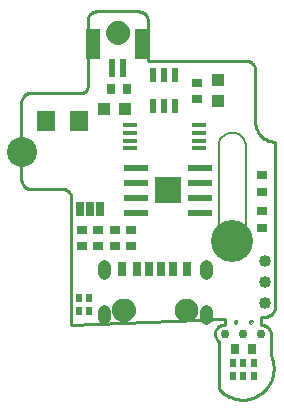
<source format=gts>
G75*
G70*
%OFA0B0*%
%FSLAX24Y24*%
%IPPOS*%
%LPD*%
%AMOC8*
5,1,8,0,0,1.08239X$1,22.5*
%
%ADD10C,0.0050*%
%ADD11C,0.0100*%
%ADD12C,0.0000*%
%ADD13C,0.0120*%
%ADD14R,0.0630X0.0709*%
%ADD15R,0.0433X0.0394*%
%ADD16R,0.0394X0.0433*%
%ADD17R,0.0354X0.0250*%
%ADD18R,0.0250X0.0354*%
%ADD19R,0.0810X0.0240*%
%ADD20R,0.0900X0.0900*%
%ADD21R,0.0217X0.0472*%
%ADD22R,0.0472X0.0138*%
%ADD23R,0.0315X0.0472*%
%ADD24R,0.0299X0.0472*%
%ADD25C,0.0004*%
%ADD26C,0.0433*%
%ADD27C,0.0500*%
%ADD28C,0.0394*%
%ADD29R,0.0250X0.0500*%
%ADD30C,0.0400*%
%ADD31C,0.0300*%
%ADD32R,0.0236X0.0610*%
%ADD33R,0.0480X0.1000*%
%ADD34R,0.0236X0.0315*%
%ADD35C,0.1000*%
%ADD36C,0.1400*%
D10*
X007158Y005886D02*
X007158Y008596D01*
X007160Y008637D01*
X007165Y008677D01*
X007174Y008717D01*
X007187Y008756D01*
X007203Y008793D01*
X007222Y008829D01*
X007245Y008863D01*
X007270Y008895D01*
X007299Y008925D01*
X007329Y008952D01*
X007362Y008976D01*
X007397Y008997D01*
X007434Y009014D01*
X007472Y009029D01*
X007512Y009040D01*
X007552Y009047D01*
X007593Y009051D01*
X007633Y009051D01*
X007674Y009047D01*
X007714Y009040D01*
X007754Y009029D01*
X007792Y009014D01*
X007829Y008997D01*
X007864Y008976D01*
X007897Y008952D01*
X007927Y008925D01*
X007956Y008895D01*
X007981Y008863D01*
X008004Y008829D01*
X008023Y008793D01*
X008039Y008756D01*
X008052Y008717D01*
X008061Y008677D01*
X008066Y008637D01*
X008068Y008596D01*
X008068Y005886D01*
X008066Y005845D01*
X008061Y005805D01*
X008052Y005765D01*
X008039Y005726D01*
X008023Y005689D01*
X008004Y005653D01*
X007981Y005619D01*
X007956Y005587D01*
X007927Y005557D01*
X007897Y005530D01*
X007864Y005506D01*
X007829Y005485D01*
X007792Y005468D01*
X007754Y005453D01*
X007714Y005442D01*
X007674Y005435D01*
X007633Y005431D01*
X007593Y005431D01*
X007552Y005435D01*
X007512Y005442D01*
X007472Y005453D01*
X007434Y005468D01*
X007397Y005485D01*
X007362Y005506D01*
X007329Y005530D01*
X007299Y005557D01*
X007270Y005587D01*
X007245Y005619D01*
X007222Y005653D01*
X007203Y005689D01*
X007187Y005726D01*
X007174Y005765D01*
X007165Y005805D01*
X007160Y005845D01*
X007158Y005886D01*
D11*
X007364Y002832D02*
X002254Y002646D01*
X002254Y006898D01*
X002248Y006931D01*
X002239Y006963D01*
X002226Y006994D01*
X002210Y007023D01*
X002192Y007050D01*
X002170Y007076D01*
X002146Y007099D01*
X002120Y007119D01*
X002092Y007137D01*
X002062Y007151D01*
X002031Y007162D01*
X001999Y007170D01*
X001966Y007175D01*
X001933Y007176D01*
X001900Y007174D01*
X001899Y007174D02*
X000904Y007174D01*
X000871Y007176D01*
X000839Y007181D01*
X000807Y007189D01*
X000776Y007201D01*
X000747Y007216D01*
X000719Y007234D01*
X000693Y007255D01*
X000670Y007278D01*
X000649Y007304D01*
X000631Y007331D01*
X000616Y007361D01*
X000604Y007392D01*
X000596Y007424D01*
X000591Y007456D01*
X000589Y007489D01*
X000589Y010062D01*
X000591Y010095D01*
X000596Y010127D01*
X000604Y010159D01*
X000616Y010190D01*
X000631Y010219D01*
X000649Y010247D01*
X000670Y010273D01*
X000693Y010296D01*
X000719Y010317D01*
X000747Y010335D01*
X000776Y010350D01*
X000807Y010362D01*
X000839Y010370D01*
X000871Y010375D01*
X000904Y010377D01*
X002595Y010377D01*
X002595Y010376D02*
X002621Y010378D01*
X002646Y010383D01*
X002670Y010391D01*
X002693Y010402D01*
X002715Y010417D01*
X002734Y010434D01*
X002751Y010453D01*
X002766Y010474D01*
X002777Y010498D01*
X002785Y010522D01*
X002790Y010547D01*
X002792Y010573D01*
X002792Y012782D01*
X002794Y012815D01*
X002799Y012847D01*
X002807Y012879D01*
X002819Y012910D01*
X002834Y012939D01*
X002852Y012967D01*
X002873Y012993D01*
X002896Y013016D01*
X002922Y013037D01*
X002950Y013055D01*
X002979Y013070D01*
X003010Y013082D01*
X003042Y013090D01*
X003074Y013095D01*
X003107Y013097D01*
X004489Y013097D01*
X004522Y013095D01*
X004554Y013090D01*
X004586Y013082D01*
X004617Y013070D01*
X004646Y013055D01*
X004674Y013037D01*
X004700Y013016D01*
X004723Y012993D01*
X004744Y012967D01*
X004762Y012939D01*
X004777Y012910D01*
X004789Y012879D01*
X004797Y012847D01*
X004802Y012815D01*
X004804Y012782D01*
X004804Y011456D01*
X008073Y011456D01*
X008073Y011455D02*
X008108Y011452D01*
X008142Y011444D01*
X008175Y011433D01*
X008207Y011419D01*
X008237Y011401D01*
X008265Y011380D01*
X008291Y011356D01*
X008315Y011330D01*
X008335Y011302D01*
X008352Y011271D01*
X008367Y011239D01*
X008377Y011206D01*
X008384Y011171D01*
X008388Y011136D01*
X008387Y011101D01*
X008388Y011101D02*
X008388Y009382D01*
X008387Y009381D02*
X008391Y009333D01*
X008397Y009285D01*
X008408Y009237D01*
X008422Y009191D01*
X008439Y009145D01*
X008460Y009101D01*
X008484Y009059D01*
X008511Y009019D01*
X008541Y008981D01*
X008574Y008945D01*
X008610Y008911D01*
X008647Y008881D01*
X008687Y008853D01*
X008729Y008828D01*
X008773Y008807D01*
X008818Y008789D01*
X008864Y008774D01*
X008912Y008763D01*
X008960Y008756D01*
X009008Y008752D01*
X009057Y008751D01*
X009057Y008752D02*
X009057Y003294D01*
X009055Y003255D01*
X009049Y003217D01*
X009040Y003180D01*
X009027Y003143D01*
X009010Y003108D01*
X008991Y003075D01*
X008968Y003044D01*
X008942Y003015D01*
X008913Y002989D01*
X008882Y002966D01*
X008849Y002947D01*
X008814Y002930D01*
X008777Y002917D01*
X008740Y002908D01*
X008702Y002902D01*
X008663Y002900D01*
X008663Y002901D02*
X008585Y002901D01*
X008585Y002646D01*
X008618Y002644D01*
X008650Y002639D01*
X008682Y002631D01*
X008713Y002619D01*
X008742Y002604D01*
X008770Y002586D01*
X008796Y002565D01*
X008819Y002542D01*
X008840Y002516D01*
X008858Y002488D01*
X008873Y002459D01*
X008885Y002428D01*
X008893Y002396D01*
X008898Y002364D01*
X008900Y002331D01*
X008900Y001623D01*
X008925Y001565D01*
X008947Y001505D01*
X008964Y001444D01*
X008978Y001382D01*
X008988Y001320D01*
X008995Y001257D01*
X008997Y001193D01*
X008995Y001130D01*
X008990Y001066D01*
X008981Y001004D01*
X008968Y000942D01*
X008951Y000880D01*
X008930Y000820D01*
X008906Y000762D01*
X008878Y000705D01*
X008847Y000649D01*
X008813Y000596D01*
X008775Y000545D01*
X008734Y000496D01*
X008690Y000450D01*
X008644Y000407D01*
X008595Y000367D01*
X008544Y000329D01*
X008490Y000295D01*
X008435Y000265D01*
X008377Y000237D01*
X008318Y000214D01*
X008258Y000194D01*
X008197Y000177D01*
X008135Y000165D01*
X008072Y000156D01*
X008009Y000151D01*
X007945Y000150D01*
X007882Y000153D01*
X007819Y000160D01*
X007756Y000170D01*
X007694Y000185D01*
X007633Y000203D01*
X007574Y000225D01*
X007516Y000251D01*
X007459Y000280D01*
X007405Y000312D01*
X007352Y000348D01*
X007302Y000387D01*
X007254Y000428D01*
X007209Y000473D01*
X007167Y000520D01*
X007167Y002095D01*
X007168Y002096D02*
X007141Y002117D01*
X007116Y002141D01*
X007095Y002168D01*
X007076Y002197D01*
X007061Y002228D01*
X007050Y002260D01*
X007042Y002293D01*
X007038Y002328D01*
X007039Y002362D01*
X007043Y002396D01*
X007050Y002430D01*
X007062Y002462D01*
X007077Y002493D01*
X007096Y002522D01*
X007117Y002548D01*
X007142Y002572D01*
X007169Y002593D01*
X007198Y002611D01*
X007229Y002626D01*
X007262Y002637D01*
X007296Y002644D01*
X007330Y002647D01*
X007364Y002646D01*
X007364Y002832D01*
D12*
X007670Y002746D02*
X007672Y002761D01*
X007677Y002775D01*
X007686Y002787D01*
X007698Y002797D01*
X007711Y002803D01*
X007726Y002806D01*
X007741Y002805D01*
X007756Y002800D01*
X007768Y002792D01*
X007779Y002781D01*
X007786Y002768D01*
X007790Y002754D01*
X007790Y002738D01*
X007786Y002724D01*
X007779Y002711D01*
X007768Y002700D01*
X007756Y002692D01*
X007741Y002687D01*
X007726Y002686D01*
X007711Y002689D01*
X007698Y002695D01*
X007686Y002705D01*
X007677Y002717D01*
X007672Y002731D01*
X007670Y002746D01*
X008180Y002746D02*
X008182Y002761D01*
X008187Y002775D01*
X008196Y002787D01*
X008208Y002797D01*
X008221Y002803D01*
X008236Y002806D01*
X008251Y002805D01*
X008266Y002800D01*
X008278Y002792D01*
X008289Y002781D01*
X008296Y002768D01*
X008300Y002754D01*
X008300Y002738D01*
X008296Y002724D01*
X008289Y002711D01*
X008278Y002700D01*
X008266Y002692D01*
X008251Y002687D01*
X008236Y002686D01*
X008221Y002689D01*
X008208Y002695D01*
X008196Y002705D01*
X008187Y002717D01*
X008182Y002731D01*
X008180Y002746D01*
D13*
X008240Y002746D03*
X007730Y002746D03*
D14*
X002496Y009426D03*
X001414Y009426D03*
D15*
X007150Y010092D03*
X007150Y010801D03*
D16*
X004056Y009846D03*
X003347Y009846D03*
D17*
X003150Y005820D03*
X003150Y005273D03*
X003700Y005273D03*
X003700Y005820D03*
X004250Y005820D03*
X004250Y005273D03*
X002600Y005273D03*
X002600Y005820D03*
X006433Y010173D03*
X006433Y010720D03*
X008600Y007637D03*
X008600Y007090D03*
X008600Y006437D03*
X008600Y005890D03*
D18*
X008261Y001846D03*
X007714Y001846D03*
X004117Y010496D03*
X003570Y010496D03*
D19*
X004410Y007880D03*
X004410Y007380D03*
X004410Y006880D03*
X004410Y006380D03*
X006530Y006380D03*
X006530Y006880D03*
X006530Y007380D03*
X006530Y007880D03*
D20*
X005470Y007130D03*
D21*
X005350Y009934D03*
X004976Y009934D03*
X004976Y010958D03*
X005350Y010958D03*
X005724Y010958D03*
X005724Y009934D03*
D22*
X006502Y009301D03*
X006502Y009045D03*
X006502Y008789D03*
X006502Y008533D03*
X004198Y008533D03*
X004198Y008789D03*
X004198Y009045D03*
X004198Y009301D03*
D23*
X004438Y004504D03*
X003954Y004504D03*
X005635Y004504D03*
X006119Y004504D03*
D24*
X005233Y004504D03*
X004840Y004504D03*
D25*
X003454Y004600D02*
X003454Y004356D01*
X003452Y004336D01*
X003447Y004316D01*
X003438Y004297D01*
X003426Y004280D01*
X003412Y004266D01*
X003395Y004254D01*
X003376Y004245D01*
X003356Y004240D01*
X003336Y004238D01*
X003316Y004240D01*
X003296Y004245D01*
X003277Y004254D01*
X003260Y004266D01*
X003246Y004280D01*
X003234Y004297D01*
X003225Y004316D01*
X003220Y004336D01*
X003218Y004356D01*
X003218Y004600D01*
X003220Y004620D01*
X003225Y004640D01*
X003234Y004659D01*
X003246Y004676D01*
X003260Y004690D01*
X003277Y004702D01*
X003296Y004711D01*
X003316Y004716D01*
X003336Y004718D01*
X003356Y004716D01*
X003376Y004711D01*
X003395Y004702D01*
X003412Y004690D01*
X003426Y004676D01*
X003438Y004659D01*
X003447Y004640D01*
X003452Y004620D01*
X003454Y004600D01*
X003454Y003104D02*
X003454Y002860D01*
X003452Y002840D01*
X003447Y002820D01*
X003438Y002801D01*
X003426Y002784D01*
X003412Y002770D01*
X003395Y002758D01*
X003376Y002749D01*
X003356Y002744D01*
X003336Y002742D01*
X003316Y002744D01*
X003296Y002749D01*
X003277Y002758D01*
X003260Y002770D01*
X003246Y002784D01*
X003234Y002801D01*
X003225Y002820D01*
X003220Y002840D01*
X003218Y002860D01*
X003218Y003104D01*
X003220Y003124D01*
X003225Y003144D01*
X003234Y003163D01*
X003246Y003180D01*
X003260Y003194D01*
X003277Y003206D01*
X003296Y003215D01*
X003316Y003220D01*
X003336Y003222D01*
X003356Y003220D01*
X003376Y003215D01*
X003395Y003206D01*
X003412Y003194D01*
X003426Y003180D01*
X003438Y003163D01*
X003447Y003144D01*
X003452Y003124D01*
X003454Y003104D01*
X006619Y003104D02*
X006619Y002860D01*
X006621Y002840D01*
X006626Y002820D01*
X006635Y002801D01*
X006647Y002784D01*
X006661Y002770D01*
X006678Y002758D01*
X006697Y002749D01*
X006717Y002744D01*
X006737Y002742D01*
X006757Y002744D01*
X006777Y002749D01*
X006796Y002758D01*
X006813Y002770D01*
X006827Y002784D01*
X006839Y002801D01*
X006848Y002820D01*
X006853Y002840D01*
X006855Y002860D01*
X006855Y003104D01*
X006853Y003124D01*
X006848Y003144D01*
X006839Y003163D01*
X006827Y003180D01*
X006813Y003194D01*
X006796Y003206D01*
X006777Y003215D01*
X006757Y003220D01*
X006737Y003222D01*
X006717Y003220D01*
X006697Y003215D01*
X006678Y003206D01*
X006661Y003194D01*
X006647Y003180D01*
X006635Y003163D01*
X006626Y003144D01*
X006621Y003124D01*
X006619Y003104D01*
X006619Y004356D02*
X006619Y004600D01*
X006621Y004620D01*
X006626Y004640D01*
X006635Y004659D01*
X006647Y004676D01*
X006661Y004690D01*
X006678Y004702D01*
X006697Y004711D01*
X006717Y004716D01*
X006737Y004718D01*
X006757Y004716D01*
X006777Y004711D01*
X006796Y004702D01*
X006813Y004690D01*
X006827Y004676D01*
X006839Y004659D01*
X006848Y004640D01*
X006853Y004620D01*
X006855Y004600D01*
X006855Y004356D01*
X006853Y004336D01*
X006848Y004316D01*
X006839Y004297D01*
X006827Y004280D01*
X006813Y004266D01*
X006796Y004254D01*
X006777Y004245D01*
X006757Y004240D01*
X006737Y004238D01*
X006717Y004240D01*
X006697Y004245D01*
X006678Y004254D01*
X006661Y004266D01*
X006647Y004280D01*
X006635Y004297D01*
X006626Y004316D01*
X006621Y004336D01*
X006619Y004356D01*
D26*
X006737Y004594D02*
X006737Y004594D01*
X006737Y004358D01*
X006737Y004358D01*
X006737Y004594D01*
X006737Y003098D02*
X006737Y003098D01*
X006737Y002862D01*
X006737Y002862D01*
X006737Y003098D01*
X003336Y003098D02*
X003336Y003098D01*
X003336Y002862D01*
X003336Y002862D01*
X003336Y003098D01*
X003336Y004594D02*
X003336Y004594D01*
X003336Y004358D01*
X003336Y004358D01*
X003336Y004594D01*
D27*
X003845Y003146D02*
X003847Y003169D01*
X003853Y003192D01*
X003862Y003214D01*
X003875Y003233D01*
X003891Y003250D01*
X003909Y003265D01*
X003930Y003276D01*
X003952Y003284D01*
X003975Y003288D01*
X003999Y003288D01*
X004022Y003284D01*
X004044Y003276D01*
X004065Y003265D01*
X004083Y003250D01*
X004099Y003233D01*
X004112Y003214D01*
X004121Y003192D01*
X004127Y003169D01*
X004129Y003146D01*
X004127Y003123D01*
X004121Y003100D01*
X004112Y003078D01*
X004099Y003059D01*
X004083Y003042D01*
X004065Y003027D01*
X004044Y003016D01*
X004022Y003008D01*
X003999Y003004D01*
X003975Y003004D01*
X003952Y003008D01*
X003930Y003016D01*
X003909Y003027D01*
X003891Y003042D01*
X003875Y003059D01*
X003862Y003078D01*
X003853Y003100D01*
X003847Y003123D01*
X003845Y003146D01*
X005930Y003146D02*
X005932Y003169D01*
X005938Y003192D01*
X005947Y003214D01*
X005960Y003233D01*
X005976Y003250D01*
X005994Y003265D01*
X006015Y003276D01*
X006037Y003284D01*
X006060Y003288D01*
X006084Y003288D01*
X006107Y003284D01*
X006129Y003276D01*
X006150Y003265D01*
X006168Y003250D01*
X006184Y003233D01*
X006197Y003214D01*
X006206Y003192D01*
X006212Y003169D01*
X006214Y003146D01*
X006212Y003123D01*
X006206Y003100D01*
X006197Y003078D01*
X006184Y003059D01*
X006168Y003042D01*
X006150Y003027D01*
X006129Y003016D01*
X006107Y003008D01*
X006084Y003004D01*
X006060Y003004D01*
X006037Y003008D01*
X006015Y003016D01*
X005994Y003027D01*
X005976Y003042D01*
X005960Y003059D01*
X005947Y003078D01*
X005938Y003100D01*
X005932Y003123D01*
X005930Y003146D01*
X003651Y012396D02*
X003653Y012419D01*
X003659Y012442D01*
X003668Y012464D01*
X003681Y012483D01*
X003697Y012500D01*
X003715Y012515D01*
X003736Y012526D01*
X003758Y012534D01*
X003781Y012538D01*
X003805Y012538D01*
X003828Y012534D01*
X003850Y012526D01*
X003871Y012515D01*
X003889Y012500D01*
X003905Y012483D01*
X003918Y012464D01*
X003927Y012442D01*
X003933Y012419D01*
X003935Y012396D01*
X003933Y012373D01*
X003927Y012350D01*
X003918Y012328D01*
X003905Y012309D01*
X003889Y012292D01*
X003871Y012277D01*
X003850Y012266D01*
X003828Y012258D01*
X003805Y012254D01*
X003781Y012254D01*
X003758Y012258D01*
X003736Y012266D01*
X003715Y012277D01*
X003697Y012292D01*
X003681Y012309D01*
X003668Y012328D01*
X003659Y012350D01*
X003653Y012373D01*
X003651Y012396D01*
D28*
X003793Y012396D03*
X003987Y003146D03*
X006072Y003146D03*
D29*
X003195Y006521D03*
X002875Y006521D03*
X002555Y006521D03*
D30*
X008700Y004784D03*
X008700Y004084D03*
X008700Y003384D03*
D31*
X008587Y002346D03*
X007987Y002346D03*
X007387Y002346D03*
D32*
X003990Y011202D03*
X003597Y011202D03*
D33*
X002985Y011996D03*
X004602Y011996D03*
D34*
X002850Y003525D03*
X002500Y003525D03*
X002500Y003092D03*
X002850Y003092D03*
X007637Y001363D03*
X007987Y001363D03*
X008337Y001363D03*
X008337Y000930D03*
X007987Y000930D03*
X007637Y000930D03*
D35*
X000600Y008396D03*
D36*
X007615Y005436D03*
M02*

</source>
